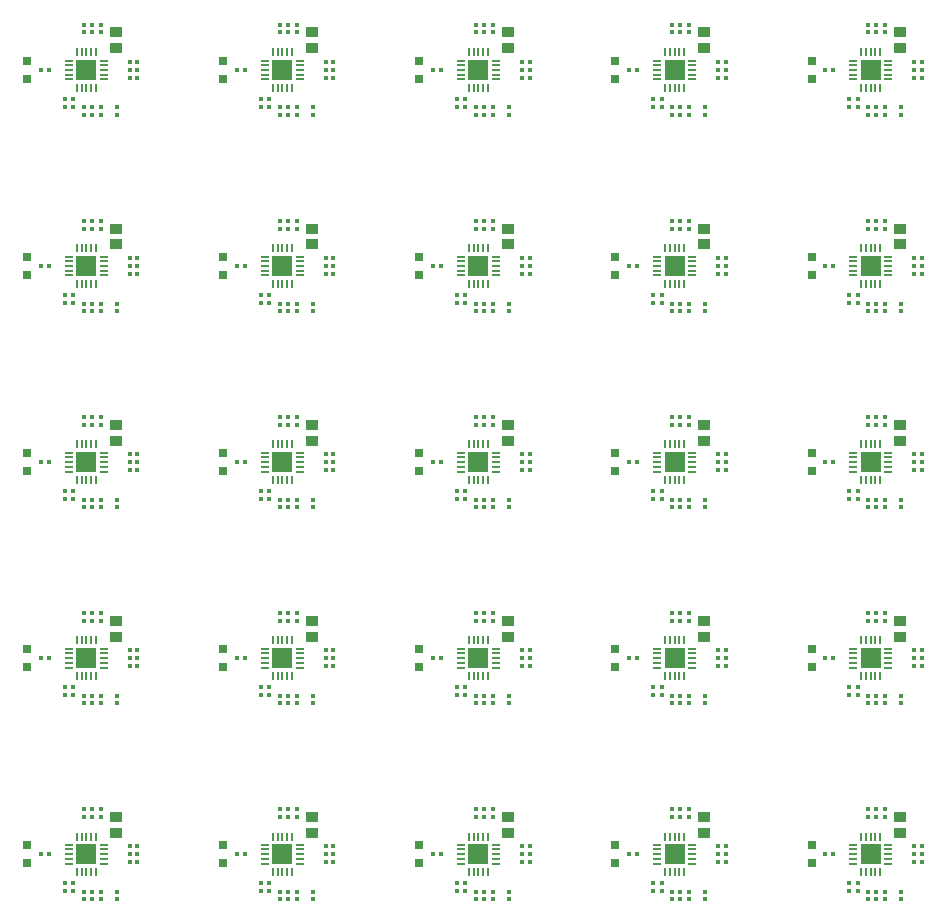
<source format=gtp>
G04*
G04 #@! TF.GenerationSoftware,Altium Limited,Altium Designer,23.11.1 (41)*
G04*
G04 Layer_Color=8421504*
%FSLAX44Y44*%
%MOMM*%
G71*
G04*
G04 #@! TF.SameCoordinates,3482151D-E3A4-470A-A98F-003E0BE399C6*
G04*
G04*
G04 #@! TF.FilePolarity,Positive*
G04*
G01*
G75*
%ADD11R,0.3500X0.4400*%
%ADD12R,1.7000X1.7000*%
%ADD13O,0.2000X0.8000*%
%ADD14O,0.8000X0.2000*%
%ADD15R,1.0000X0.9000*%
%ADD17R,0.8000X0.8000*%
%ADD18R,0.4400X0.3500*%
D11*
X145000Y143750D02*
D03*
Y150250D02*
D03*
X152000Y143750D02*
D03*
Y150250D02*
D03*
X189000Y136750D02*
D03*
Y143250D02*
D03*
X168000Y206750D02*
D03*
Y213250D02*
D03*
X161000Y206750D02*
D03*
Y213250D02*
D03*
X175000Y206750D02*
D03*
Y213250D02*
D03*
X168000Y143250D02*
D03*
Y136750D02*
D03*
X175000Y143250D02*
D03*
Y136750D02*
D03*
X161000Y143250D02*
D03*
Y136750D02*
D03*
X311000Y143750D02*
D03*
Y150250D02*
D03*
X318000Y143750D02*
D03*
Y150250D02*
D03*
X355000Y136750D02*
D03*
Y143250D02*
D03*
X334000Y206750D02*
D03*
Y213250D02*
D03*
X327000Y206750D02*
D03*
Y213250D02*
D03*
X341000Y206750D02*
D03*
Y213250D02*
D03*
X334000Y143250D02*
D03*
Y136750D02*
D03*
X341000Y143250D02*
D03*
Y136750D02*
D03*
X327000Y143250D02*
D03*
Y136750D02*
D03*
X477000Y143750D02*
D03*
Y150250D02*
D03*
X484000Y143750D02*
D03*
Y150250D02*
D03*
X521000Y136750D02*
D03*
Y143250D02*
D03*
X500000Y206750D02*
D03*
Y213250D02*
D03*
X493000Y206750D02*
D03*
Y213250D02*
D03*
X507000Y206750D02*
D03*
Y213250D02*
D03*
X500000Y143250D02*
D03*
Y136750D02*
D03*
X507000Y143250D02*
D03*
Y136750D02*
D03*
X493000Y143250D02*
D03*
Y136750D02*
D03*
X643000Y143750D02*
D03*
Y150250D02*
D03*
X650000Y143750D02*
D03*
Y150250D02*
D03*
X687000Y136750D02*
D03*
Y143250D02*
D03*
X666000Y206750D02*
D03*
Y213250D02*
D03*
X659000Y206750D02*
D03*
Y213250D02*
D03*
X673000Y206750D02*
D03*
Y213250D02*
D03*
X666000Y143250D02*
D03*
Y136750D02*
D03*
X673000Y143250D02*
D03*
Y136750D02*
D03*
X659000Y143250D02*
D03*
Y136750D02*
D03*
X809000Y143750D02*
D03*
Y150250D02*
D03*
X816000Y143750D02*
D03*
Y150250D02*
D03*
X853000Y136750D02*
D03*
Y143250D02*
D03*
X832000Y206750D02*
D03*
Y213250D02*
D03*
X825000Y206750D02*
D03*
Y213250D02*
D03*
X839000Y206750D02*
D03*
Y213250D02*
D03*
X832000Y143250D02*
D03*
Y136750D02*
D03*
X839000Y143250D02*
D03*
Y136750D02*
D03*
X825000Y143250D02*
D03*
Y136750D02*
D03*
X145000Y309750D02*
D03*
Y316250D02*
D03*
X152000Y309750D02*
D03*
Y316250D02*
D03*
X189000Y302750D02*
D03*
Y309250D02*
D03*
X168000Y372750D02*
D03*
Y379250D02*
D03*
X161000Y372750D02*
D03*
Y379250D02*
D03*
X175000Y372750D02*
D03*
Y379250D02*
D03*
X168000Y309250D02*
D03*
Y302750D02*
D03*
X175000Y309250D02*
D03*
Y302750D02*
D03*
X161000Y309250D02*
D03*
Y302750D02*
D03*
X311000Y309750D02*
D03*
Y316250D02*
D03*
X318000Y309750D02*
D03*
Y316250D02*
D03*
X355000Y302750D02*
D03*
Y309250D02*
D03*
X334000Y372750D02*
D03*
Y379250D02*
D03*
X327000Y372750D02*
D03*
Y379250D02*
D03*
X341000Y372750D02*
D03*
Y379250D02*
D03*
X334000Y309250D02*
D03*
Y302750D02*
D03*
X341000Y309250D02*
D03*
Y302750D02*
D03*
X327000Y309250D02*
D03*
Y302750D02*
D03*
X477000Y309750D02*
D03*
Y316250D02*
D03*
X484000Y309750D02*
D03*
Y316250D02*
D03*
X521000Y302750D02*
D03*
Y309250D02*
D03*
X500000Y372750D02*
D03*
Y379250D02*
D03*
X493000Y372750D02*
D03*
Y379250D02*
D03*
X507000Y372750D02*
D03*
Y379250D02*
D03*
X500000Y309250D02*
D03*
Y302750D02*
D03*
X507000Y309250D02*
D03*
Y302750D02*
D03*
X493000Y309250D02*
D03*
Y302750D02*
D03*
X643000Y309750D02*
D03*
Y316250D02*
D03*
X650000Y309750D02*
D03*
Y316250D02*
D03*
X687000Y302750D02*
D03*
Y309250D02*
D03*
X666000Y372750D02*
D03*
Y379250D02*
D03*
X659000Y372750D02*
D03*
Y379250D02*
D03*
X673000Y372750D02*
D03*
Y379250D02*
D03*
X666000Y309250D02*
D03*
Y302750D02*
D03*
X673000Y309250D02*
D03*
Y302750D02*
D03*
X659000Y309250D02*
D03*
Y302750D02*
D03*
X809000Y309750D02*
D03*
Y316250D02*
D03*
X816000Y309750D02*
D03*
Y316250D02*
D03*
X853000Y302750D02*
D03*
Y309250D02*
D03*
X832000Y372750D02*
D03*
Y379250D02*
D03*
X825000Y372750D02*
D03*
Y379250D02*
D03*
X839000Y372750D02*
D03*
Y379250D02*
D03*
X832000Y309250D02*
D03*
Y302750D02*
D03*
X839000Y309250D02*
D03*
Y302750D02*
D03*
X825000Y309250D02*
D03*
Y302750D02*
D03*
X145000Y475750D02*
D03*
Y482250D02*
D03*
X152000Y475750D02*
D03*
Y482250D02*
D03*
X189000Y468750D02*
D03*
Y475250D02*
D03*
X168000Y538750D02*
D03*
Y545250D02*
D03*
X161000Y538750D02*
D03*
Y545250D02*
D03*
X175000Y538750D02*
D03*
Y545250D02*
D03*
X168000Y475250D02*
D03*
Y468750D02*
D03*
X175000Y475250D02*
D03*
Y468750D02*
D03*
X161000Y475250D02*
D03*
Y468750D02*
D03*
X311000Y475750D02*
D03*
Y482250D02*
D03*
X318000Y475750D02*
D03*
Y482250D02*
D03*
X355000Y468750D02*
D03*
Y475250D02*
D03*
X334000Y538750D02*
D03*
Y545250D02*
D03*
X327000Y538750D02*
D03*
Y545250D02*
D03*
X341000Y538750D02*
D03*
Y545250D02*
D03*
X334000Y475250D02*
D03*
Y468750D02*
D03*
X341000Y475250D02*
D03*
Y468750D02*
D03*
X327000Y475250D02*
D03*
Y468750D02*
D03*
X477000Y475750D02*
D03*
Y482250D02*
D03*
X484000Y475750D02*
D03*
Y482250D02*
D03*
X521000Y468750D02*
D03*
Y475250D02*
D03*
X500000Y538750D02*
D03*
Y545250D02*
D03*
X493000Y538750D02*
D03*
Y545250D02*
D03*
X507000Y538750D02*
D03*
Y545250D02*
D03*
X500000Y475250D02*
D03*
Y468750D02*
D03*
X507000Y475250D02*
D03*
Y468750D02*
D03*
X493000Y475250D02*
D03*
Y468750D02*
D03*
X643000Y475750D02*
D03*
Y482250D02*
D03*
X650000Y475750D02*
D03*
Y482250D02*
D03*
X687000Y468750D02*
D03*
Y475250D02*
D03*
X666000Y538750D02*
D03*
Y545250D02*
D03*
X659000Y538750D02*
D03*
Y545250D02*
D03*
X673000Y538750D02*
D03*
Y545250D02*
D03*
X666000Y475250D02*
D03*
Y468750D02*
D03*
X673000Y475250D02*
D03*
Y468750D02*
D03*
X659000Y475250D02*
D03*
Y468750D02*
D03*
X809000Y475750D02*
D03*
Y482250D02*
D03*
X816000Y475750D02*
D03*
Y482250D02*
D03*
X853000Y468750D02*
D03*
Y475250D02*
D03*
X832000Y538750D02*
D03*
Y545250D02*
D03*
X825000Y538750D02*
D03*
Y545250D02*
D03*
X839000Y538750D02*
D03*
Y545250D02*
D03*
X832000Y475250D02*
D03*
Y468750D02*
D03*
X839000Y475250D02*
D03*
Y468750D02*
D03*
X825000Y475250D02*
D03*
Y468750D02*
D03*
X145000Y641750D02*
D03*
Y648250D02*
D03*
X152000Y641750D02*
D03*
Y648250D02*
D03*
X189000Y634750D02*
D03*
Y641250D02*
D03*
X168000Y704750D02*
D03*
Y711250D02*
D03*
X161000Y704750D02*
D03*
Y711250D02*
D03*
X175000Y704750D02*
D03*
Y711250D02*
D03*
X168000Y641250D02*
D03*
Y634750D02*
D03*
X175000Y641250D02*
D03*
Y634750D02*
D03*
X161000Y641250D02*
D03*
Y634750D02*
D03*
X311000Y641750D02*
D03*
Y648250D02*
D03*
X318000Y641750D02*
D03*
Y648250D02*
D03*
X355000Y634750D02*
D03*
Y641250D02*
D03*
X334000Y704750D02*
D03*
Y711250D02*
D03*
X327000Y704750D02*
D03*
Y711250D02*
D03*
X341000Y704750D02*
D03*
Y711250D02*
D03*
X334000Y641250D02*
D03*
Y634750D02*
D03*
X341000Y641250D02*
D03*
Y634750D02*
D03*
X327000Y641250D02*
D03*
Y634750D02*
D03*
X477000Y641750D02*
D03*
Y648250D02*
D03*
X484000Y641750D02*
D03*
Y648250D02*
D03*
X521000Y634750D02*
D03*
Y641250D02*
D03*
X500000Y704750D02*
D03*
Y711250D02*
D03*
X493000Y704750D02*
D03*
Y711250D02*
D03*
X507000Y704750D02*
D03*
Y711250D02*
D03*
X500000Y641250D02*
D03*
Y634750D02*
D03*
X507000Y641250D02*
D03*
Y634750D02*
D03*
X493000Y641250D02*
D03*
Y634750D02*
D03*
X643000Y641750D02*
D03*
Y648250D02*
D03*
X650000Y641750D02*
D03*
Y648250D02*
D03*
X687000Y634750D02*
D03*
Y641250D02*
D03*
X666000Y704750D02*
D03*
Y711250D02*
D03*
X659000Y704750D02*
D03*
Y711250D02*
D03*
X673000Y704750D02*
D03*
Y711250D02*
D03*
X666000Y641250D02*
D03*
Y634750D02*
D03*
X673000Y641250D02*
D03*
Y634750D02*
D03*
X659000Y641250D02*
D03*
Y634750D02*
D03*
X809000Y641750D02*
D03*
Y648250D02*
D03*
X816000Y641750D02*
D03*
Y648250D02*
D03*
X853000Y634750D02*
D03*
Y641250D02*
D03*
X832000Y704750D02*
D03*
Y711250D02*
D03*
X825000Y704750D02*
D03*
Y711250D02*
D03*
X839000Y704750D02*
D03*
Y711250D02*
D03*
X832000Y641250D02*
D03*
Y634750D02*
D03*
X839000Y641250D02*
D03*
Y634750D02*
D03*
X825000Y641250D02*
D03*
Y634750D02*
D03*
X145000Y807750D02*
D03*
Y814250D02*
D03*
X152000Y807750D02*
D03*
Y814250D02*
D03*
X189000Y800750D02*
D03*
Y807250D02*
D03*
X168000Y870750D02*
D03*
Y877250D02*
D03*
X161000Y870750D02*
D03*
Y877250D02*
D03*
X175000Y870750D02*
D03*
Y877250D02*
D03*
X168000Y807250D02*
D03*
Y800750D02*
D03*
X175000Y807250D02*
D03*
Y800750D02*
D03*
X161000Y807250D02*
D03*
Y800750D02*
D03*
X311000Y807750D02*
D03*
Y814250D02*
D03*
X318000Y807750D02*
D03*
Y814250D02*
D03*
X355000Y800750D02*
D03*
Y807250D02*
D03*
X334000Y870750D02*
D03*
Y877250D02*
D03*
X327000Y870750D02*
D03*
Y877250D02*
D03*
X341000Y870750D02*
D03*
Y877250D02*
D03*
X334000Y807250D02*
D03*
Y800750D02*
D03*
X341000Y807250D02*
D03*
Y800750D02*
D03*
X327000Y807250D02*
D03*
Y800750D02*
D03*
X477000Y807750D02*
D03*
Y814250D02*
D03*
X484000Y807750D02*
D03*
Y814250D02*
D03*
X521000Y800750D02*
D03*
Y807250D02*
D03*
X500000Y870750D02*
D03*
Y877250D02*
D03*
X493000Y870750D02*
D03*
Y877250D02*
D03*
X507000Y870750D02*
D03*
Y877250D02*
D03*
X500000Y807250D02*
D03*
Y800750D02*
D03*
X507000Y807250D02*
D03*
Y800750D02*
D03*
X493000Y807250D02*
D03*
Y800750D02*
D03*
X643000Y807750D02*
D03*
Y814250D02*
D03*
X650000Y807750D02*
D03*
Y814250D02*
D03*
X687000Y800750D02*
D03*
Y807250D02*
D03*
X666000Y870750D02*
D03*
Y877250D02*
D03*
X659000Y870750D02*
D03*
Y877250D02*
D03*
X673000Y870750D02*
D03*
Y877250D02*
D03*
X666000Y807250D02*
D03*
Y800750D02*
D03*
X673000Y807250D02*
D03*
Y800750D02*
D03*
X659000Y807250D02*
D03*
Y800750D02*
D03*
X809000Y807750D02*
D03*
Y814250D02*
D03*
X816000Y807750D02*
D03*
Y814250D02*
D03*
X853000Y800750D02*
D03*
Y807250D02*
D03*
X832000Y870750D02*
D03*
Y877250D02*
D03*
X825000Y870750D02*
D03*
Y877250D02*
D03*
X839000Y870750D02*
D03*
Y877250D02*
D03*
X832000Y807250D02*
D03*
Y800750D02*
D03*
X839000Y807250D02*
D03*
Y800750D02*
D03*
X825000Y807250D02*
D03*
Y800750D02*
D03*
D12*
X163000Y175000D02*
D03*
X329000D02*
D03*
X495000D02*
D03*
X661000D02*
D03*
X827000D02*
D03*
X163000Y341000D02*
D03*
X329000D02*
D03*
X495000D02*
D03*
X661000D02*
D03*
X827000D02*
D03*
X163000Y507000D02*
D03*
X329000D02*
D03*
X495000D02*
D03*
X661000D02*
D03*
X827000D02*
D03*
X163000Y673000D02*
D03*
X329000D02*
D03*
X495000D02*
D03*
X661000D02*
D03*
X827000D02*
D03*
X163000Y839000D02*
D03*
X329000D02*
D03*
X495000D02*
D03*
X661000D02*
D03*
X827000D02*
D03*
D13*
X171000Y160000D02*
D03*
X167000D02*
D03*
X163000D02*
D03*
X159000D02*
D03*
X155000D02*
D03*
Y190000D02*
D03*
X159000D02*
D03*
X163000D02*
D03*
X167000D02*
D03*
X171000D02*
D03*
X337000Y160000D02*
D03*
X333000D02*
D03*
X329000D02*
D03*
X325000D02*
D03*
X321000D02*
D03*
Y190000D02*
D03*
X325000D02*
D03*
X329000D02*
D03*
X333000D02*
D03*
X337000D02*
D03*
X503000Y160000D02*
D03*
X499000D02*
D03*
X495000D02*
D03*
X491000D02*
D03*
X487000D02*
D03*
Y190000D02*
D03*
X491000D02*
D03*
X495000D02*
D03*
X499000D02*
D03*
X503000D02*
D03*
X669000Y160000D02*
D03*
X665000D02*
D03*
X661000D02*
D03*
X657000D02*
D03*
X653000D02*
D03*
Y190000D02*
D03*
X657000D02*
D03*
X661000D02*
D03*
X665000D02*
D03*
X669000D02*
D03*
X835000Y160000D02*
D03*
X831000D02*
D03*
X827000D02*
D03*
X823000D02*
D03*
X819000D02*
D03*
Y190000D02*
D03*
X823000D02*
D03*
X827000D02*
D03*
X831000D02*
D03*
X835000D02*
D03*
X171000Y326000D02*
D03*
X167000D02*
D03*
X163000D02*
D03*
X159000D02*
D03*
X155000D02*
D03*
Y356000D02*
D03*
X159000D02*
D03*
X163000D02*
D03*
X167000D02*
D03*
X171000D02*
D03*
X337000Y326000D02*
D03*
X333000D02*
D03*
X329000D02*
D03*
X325000D02*
D03*
X321000D02*
D03*
Y356000D02*
D03*
X325000D02*
D03*
X329000D02*
D03*
X333000D02*
D03*
X337000D02*
D03*
X503000Y326000D02*
D03*
X499000D02*
D03*
X495000D02*
D03*
X491000D02*
D03*
X487000D02*
D03*
Y356000D02*
D03*
X491000D02*
D03*
X495000D02*
D03*
X499000D02*
D03*
X503000D02*
D03*
X669000Y326000D02*
D03*
X665000D02*
D03*
X661000D02*
D03*
X657000D02*
D03*
X653000D02*
D03*
Y356000D02*
D03*
X657000D02*
D03*
X661000D02*
D03*
X665000D02*
D03*
X669000D02*
D03*
X835000Y326000D02*
D03*
X831000D02*
D03*
X827000D02*
D03*
X823000D02*
D03*
X819000D02*
D03*
Y356000D02*
D03*
X823000D02*
D03*
X827000D02*
D03*
X831000D02*
D03*
X835000D02*
D03*
X171000Y492000D02*
D03*
X167000D02*
D03*
X163000D02*
D03*
X159000D02*
D03*
X155000D02*
D03*
Y522000D02*
D03*
X159000D02*
D03*
X163000D02*
D03*
X167000D02*
D03*
X171000D02*
D03*
X337000Y492000D02*
D03*
X333000D02*
D03*
X329000D02*
D03*
X325000D02*
D03*
X321000D02*
D03*
Y522000D02*
D03*
X325000D02*
D03*
X329000D02*
D03*
X333000D02*
D03*
X337000D02*
D03*
X503000Y492000D02*
D03*
X499000D02*
D03*
X495000D02*
D03*
X491000D02*
D03*
X487000D02*
D03*
Y522000D02*
D03*
X491000D02*
D03*
X495000D02*
D03*
X499000D02*
D03*
X503000D02*
D03*
X669000Y492000D02*
D03*
X665000D02*
D03*
X661000D02*
D03*
X657000D02*
D03*
X653000D02*
D03*
Y522000D02*
D03*
X657000D02*
D03*
X661000D02*
D03*
X665000D02*
D03*
X669000D02*
D03*
X835000Y492000D02*
D03*
X831000D02*
D03*
X827000D02*
D03*
X823000D02*
D03*
X819000D02*
D03*
Y522000D02*
D03*
X823000D02*
D03*
X827000D02*
D03*
X831000D02*
D03*
X835000D02*
D03*
X171000Y658000D02*
D03*
X167000D02*
D03*
X163000D02*
D03*
X159000D02*
D03*
X155000D02*
D03*
Y688000D02*
D03*
X159000D02*
D03*
X163000D02*
D03*
X167000D02*
D03*
X171000D02*
D03*
X337000Y658000D02*
D03*
X333000D02*
D03*
X329000D02*
D03*
X325000D02*
D03*
X321000D02*
D03*
Y688000D02*
D03*
X325000D02*
D03*
X329000D02*
D03*
X333000D02*
D03*
X337000D02*
D03*
X503000Y658000D02*
D03*
X499000D02*
D03*
X495000D02*
D03*
X491000D02*
D03*
X487000D02*
D03*
Y688000D02*
D03*
X491000D02*
D03*
X495000D02*
D03*
X499000D02*
D03*
X503000D02*
D03*
X669000Y658000D02*
D03*
X665000D02*
D03*
X661000D02*
D03*
X657000D02*
D03*
X653000D02*
D03*
Y688000D02*
D03*
X657000D02*
D03*
X661000D02*
D03*
X665000D02*
D03*
X669000D02*
D03*
X835000Y658000D02*
D03*
X831000D02*
D03*
X827000D02*
D03*
X823000D02*
D03*
X819000D02*
D03*
Y688000D02*
D03*
X823000D02*
D03*
X827000D02*
D03*
X831000D02*
D03*
X835000D02*
D03*
X171000Y824000D02*
D03*
X167000D02*
D03*
X163000D02*
D03*
X159000D02*
D03*
X155000D02*
D03*
Y854000D02*
D03*
X159000D02*
D03*
X163000D02*
D03*
X167000D02*
D03*
X171000D02*
D03*
X337000Y824000D02*
D03*
X333000D02*
D03*
X329000D02*
D03*
X325000D02*
D03*
X321000D02*
D03*
Y854000D02*
D03*
X325000D02*
D03*
X329000D02*
D03*
X333000D02*
D03*
X337000D02*
D03*
X503000Y824000D02*
D03*
X499000D02*
D03*
X495000D02*
D03*
X491000D02*
D03*
X487000D02*
D03*
Y854000D02*
D03*
X491000D02*
D03*
X495000D02*
D03*
X499000D02*
D03*
X503000D02*
D03*
X669000Y824000D02*
D03*
X665000D02*
D03*
X661000D02*
D03*
X657000D02*
D03*
X653000D02*
D03*
Y854000D02*
D03*
X657000D02*
D03*
X661000D02*
D03*
X665000D02*
D03*
X669000D02*
D03*
X835000Y824000D02*
D03*
X831000D02*
D03*
X827000D02*
D03*
X823000D02*
D03*
X819000D02*
D03*
Y854000D02*
D03*
X823000D02*
D03*
X827000D02*
D03*
X831000D02*
D03*
X835000D02*
D03*
D14*
X148000Y167000D02*
D03*
Y171000D02*
D03*
Y175000D02*
D03*
Y179000D02*
D03*
Y183000D02*
D03*
X178000D02*
D03*
Y179000D02*
D03*
Y175000D02*
D03*
Y171000D02*
D03*
Y167000D02*
D03*
X314000D02*
D03*
Y171000D02*
D03*
Y175000D02*
D03*
Y179000D02*
D03*
Y183000D02*
D03*
X344000D02*
D03*
Y179000D02*
D03*
Y175000D02*
D03*
Y171000D02*
D03*
Y167000D02*
D03*
X480000D02*
D03*
Y171000D02*
D03*
Y175000D02*
D03*
Y179000D02*
D03*
Y183000D02*
D03*
X510000D02*
D03*
Y179000D02*
D03*
Y175000D02*
D03*
Y171000D02*
D03*
Y167000D02*
D03*
X646000D02*
D03*
Y171000D02*
D03*
Y175000D02*
D03*
Y179000D02*
D03*
Y183000D02*
D03*
X676000D02*
D03*
Y179000D02*
D03*
Y175000D02*
D03*
Y171000D02*
D03*
Y167000D02*
D03*
X812000D02*
D03*
Y171000D02*
D03*
Y175000D02*
D03*
Y179000D02*
D03*
Y183000D02*
D03*
X842000D02*
D03*
Y179000D02*
D03*
Y175000D02*
D03*
Y171000D02*
D03*
Y167000D02*
D03*
X148000Y333000D02*
D03*
Y337000D02*
D03*
Y341000D02*
D03*
Y345000D02*
D03*
Y349000D02*
D03*
X178000D02*
D03*
Y345000D02*
D03*
Y341000D02*
D03*
Y337000D02*
D03*
Y333000D02*
D03*
X314000D02*
D03*
Y337000D02*
D03*
Y341000D02*
D03*
Y345000D02*
D03*
Y349000D02*
D03*
X344000D02*
D03*
Y345000D02*
D03*
Y341000D02*
D03*
Y337000D02*
D03*
Y333000D02*
D03*
X480000D02*
D03*
Y337000D02*
D03*
Y341000D02*
D03*
Y345000D02*
D03*
Y349000D02*
D03*
X510000D02*
D03*
Y345000D02*
D03*
Y341000D02*
D03*
Y337000D02*
D03*
Y333000D02*
D03*
X646000D02*
D03*
Y337000D02*
D03*
Y341000D02*
D03*
Y345000D02*
D03*
Y349000D02*
D03*
X676000D02*
D03*
Y345000D02*
D03*
Y341000D02*
D03*
Y337000D02*
D03*
Y333000D02*
D03*
X812000D02*
D03*
Y337000D02*
D03*
Y341000D02*
D03*
Y345000D02*
D03*
Y349000D02*
D03*
X842000D02*
D03*
Y345000D02*
D03*
Y341000D02*
D03*
Y337000D02*
D03*
Y333000D02*
D03*
X148000Y499000D02*
D03*
Y503000D02*
D03*
Y507000D02*
D03*
Y511000D02*
D03*
Y515000D02*
D03*
X178000D02*
D03*
Y511000D02*
D03*
Y507000D02*
D03*
Y503000D02*
D03*
Y499000D02*
D03*
X314000D02*
D03*
Y503000D02*
D03*
Y507000D02*
D03*
Y511000D02*
D03*
Y515000D02*
D03*
X344000D02*
D03*
Y511000D02*
D03*
Y507000D02*
D03*
Y503000D02*
D03*
Y499000D02*
D03*
X480000D02*
D03*
Y503000D02*
D03*
Y507000D02*
D03*
Y511000D02*
D03*
Y515000D02*
D03*
X510000D02*
D03*
Y511000D02*
D03*
Y507000D02*
D03*
Y503000D02*
D03*
Y499000D02*
D03*
X646000D02*
D03*
Y503000D02*
D03*
Y507000D02*
D03*
Y511000D02*
D03*
Y515000D02*
D03*
X676000D02*
D03*
Y511000D02*
D03*
Y507000D02*
D03*
Y503000D02*
D03*
Y499000D02*
D03*
X812000D02*
D03*
Y503000D02*
D03*
Y507000D02*
D03*
Y511000D02*
D03*
Y515000D02*
D03*
X842000D02*
D03*
Y511000D02*
D03*
Y507000D02*
D03*
Y503000D02*
D03*
Y499000D02*
D03*
X148000Y665000D02*
D03*
Y669000D02*
D03*
Y673000D02*
D03*
Y677000D02*
D03*
Y681000D02*
D03*
X178000D02*
D03*
Y677000D02*
D03*
Y673000D02*
D03*
Y669000D02*
D03*
Y665000D02*
D03*
X314000D02*
D03*
Y669000D02*
D03*
Y673000D02*
D03*
Y677000D02*
D03*
Y681000D02*
D03*
X344000D02*
D03*
Y677000D02*
D03*
Y673000D02*
D03*
Y669000D02*
D03*
Y665000D02*
D03*
X480000D02*
D03*
Y669000D02*
D03*
Y673000D02*
D03*
Y677000D02*
D03*
Y681000D02*
D03*
X510000D02*
D03*
Y677000D02*
D03*
Y673000D02*
D03*
Y669000D02*
D03*
Y665000D02*
D03*
X646000D02*
D03*
Y669000D02*
D03*
Y673000D02*
D03*
Y677000D02*
D03*
Y681000D02*
D03*
X676000D02*
D03*
Y677000D02*
D03*
Y673000D02*
D03*
Y669000D02*
D03*
Y665000D02*
D03*
X812000D02*
D03*
Y669000D02*
D03*
Y673000D02*
D03*
Y677000D02*
D03*
Y681000D02*
D03*
X842000D02*
D03*
Y677000D02*
D03*
Y673000D02*
D03*
Y669000D02*
D03*
Y665000D02*
D03*
X148000Y831000D02*
D03*
Y835000D02*
D03*
Y839000D02*
D03*
Y843000D02*
D03*
Y847000D02*
D03*
X178000D02*
D03*
Y843000D02*
D03*
Y839000D02*
D03*
Y835000D02*
D03*
Y831000D02*
D03*
X314000D02*
D03*
Y835000D02*
D03*
Y839000D02*
D03*
Y843000D02*
D03*
Y847000D02*
D03*
X344000D02*
D03*
Y843000D02*
D03*
Y839000D02*
D03*
Y835000D02*
D03*
Y831000D02*
D03*
X480000D02*
D03*
Y835000D02*
D03*
Y839000D02*
D03*
Y843000D02*
D03*
Y847000D02*
D03*
X510000D02*
D03*
Y843000D02*
D03*
Y839000D02*
D03*
Y835000D02*
D03*
Y831000D02*
D03*
X646000D02*
D03*
Y835000D02*
D03*
Y839000D02*
D03*
Y843000D02*
D03*
Y847000D02*
D03*
X676000D02*
D03*
Y843000D02*
D03*
Y839000D02*
D03*
Y835000D02*
D03*
Y831000D02*
D03*
X812000D02*
D03*
Y835000D02*
D03*
Y839000D02*
D03*
Y843000D02*
D03*
Y847000D02*
D03*
X842000D02*
D03*
Y843000D02*
D03*
Y839000D02*
D03*
Y835000D02*
D03*
Y831000D02*
D03*
D15*
X188000Y206750D02*
D03*
Y193250D02*
D03*
X354000Y206750D02*
D03*
Y193250D02*
D03*
X520000Y206750D02*
D03*
Y193250D02*
D03*
X686000Y206750D02*
D03*
Y193250D02*
D03*
X852000Y206750D02*
D03*
Y193250D02*
D03*
X188000Y372750D02*
D03*
Y359250D02*
D03*
X354000Y372750D02*
D03*
Y359250D02*
D03*
X520000Y372750D02*
D03*
Y359250D02*
D03*
X686000Y372750D02*
D03*
Y359250D02*
D03*
X852000Y372750D02*
D03*
Y359250D02*
D03*
X188000Y538750D02*
D03*
Y525250D02*
D03*
X354000Y538750D02*
D03*
Y525250D02*
D03*
X520000Y538750D02*
D03*
Y525250D02*
D03*
X686000Y538750D02*
D03*
Y525250D02*
D03*
X852000Y538750D02*
D03*
Y525250D02*
D03*
X188000Y704750D02*
D03*
Y691250D02*
D03*
X354000Y704750D02*
D03*
Y691250D02*
D03*
X520000Y704750D02*
D03*
Y691250D02*
D03*
X686000Y704750D02*
D03*
Y691250D02*
D03*
X852000Y704750D02*
D03*
Y691250D02*
D03*
X188000Y870750D02*
D03*
Y857250D02*
D03*
X354000Y870750D02*
D03*
Y857250D02*
D03*
X520000Y870750D02*
D03*
Y857250D02*
D03*
X686000Y870750D02*
D03*
Y857250D02*
D03*
X852000Y870750D02*
D03*
Y857250D02*
D03*
D17*
X113000Y182500D02*
D03*
Y167500D02*
D03*
X279000Y182500D02*
D03*
Y167500D02*
D03*
X445000Y182500D02*
D03*
Y167500D02*
D03*
X611000Y182500D02*
D03*
Y167500D02*
D03*
X777000Y182500D02*
D03*
Y167500D02*
D03*
X113000Y348500D02*
D03*
Y333500D02*
D03*
X279000Y348500D02*
D03*
Y333500D02*
D03*
X445000Y348500D02*
D03*
Y333500D02*
D03*
X611000Y348500D02*
D03*
Y333500D02*
D03*
X777000Y348500D02*
D03*
Y333500D02*
D03*
X113000Y514500D02*
D03*
Y499500D02*
D03*
X279000Y514500D02*
D03*
Y499500D02*
D03*
X445000Y514500D02*
D03*
Y499500D02*
D03*
X611000Y514500D02*
D03*
Y499500D02*
D03*
X777000Y514500D02*
D03*
Y499500D02*
D03*
X113000Y680500D02*
D03*
Y665500D02*
D03*
X279000Y680500D02*
D03*
Y665500D02*
D03*
X445000Y680500D02*
D03*
Y665500D02*
D03*
X611000Y680500D02*
D03*
Y665500D02*
D03*
X777000Y680500D02*
D03*
Y665500D02*
D03*
X113000Y846500D02*
D03*
Y831500D02*
D03*
X279000Y846500D02*
D03*
Y831500D02*
D03*
X445000Y846500D02*
D03*
Y831500D02*
D03*
X611000Y846500D02*
D03*
Y831500D02*
D03*
X777000Y846500D02*
D03*
Y831500D02*
D03*
D18*
X131250Y175000D02*
D03*
X124750D02*
D03*
X199750D02*
D03*
X206250D02*
D03*
X199750Y182000D02*
D03*
X206250D02*
D03*
X199750Y168000D02*
D03*
X206250D02*
D03*
X297250Y175000D02*
D03*
X290750D02*
D03*
X365750D02*
D03*
X372250D02*
D03*
X365750Y182000D02*
D03*
X372250D02*
D03*
X365750Y168000D02*
D03*
X372250D02*
D03*
X463250Y175000D02*
D03*
X456750D02*
D03*
X531750D02*
D03*
X538250D02*
D03*
X531750Y182000D02*
D03*
X538250D02*
D03*
X531750Y168000D02*
D03*
X538250D02*
D03*
X629250Y175000D02*
D03*
X622750D02*
D03*
X697750D02*
D03*
X704250D02*
D03*
X697750Y182000D02*
D03*
X704250D02*
D03*
X697750Y168000D02*
D03*
X704250D02*
D03*
X795250Y175000D02*
D03*
X788750D02*
D03*
X863750D02*
D03*
X870250D02*
D03*
X863750Y182000D02*
D03*
X870250D02*
D03*
X863750Y168000D02*
D03*
X870250D02*
D03*
X131250Y341000D02*
D03*
X124750D02*
D03*
X199750D02*
D03*
X206250D02*
D03*
X199750Y348000D02*
D03*
X206250D02*
D03*
X199750Y334000D02*
D03*
X206250D02*
D03*
X297250Y341000D02*
D03*
X290750D02*
D03*
X365750D02*
D03*
X372250D02*
D03*
X365750Y348000D02*
D03*
X372250D02*
D03*
X365750Y334000D02*
D03*
X372250D02*
D03*
X463250Y341000D02*
D03*
X456750D02*
D03*
X531750D02*
D03*
X538250D02*
D03*
X531750Y348000D02*
D03*
X538250D02*
D03*
X531750Y334000D02*
D03*
X538250D02*
D03*
X629250Y341000D02*
D03*
X622750D02*
D03*
X697750D02*
D03*
X704250D02*
D03*
X697750Y348000D02*
D03*
X704250D02*
D03*
X697750Y334000D02*
D03*
X704250D02*
D03*
X795250Y341000D02*
D03*
X788750D02*
D03*
X863750D02*
D03*
X870250D02*
D03*
X863750Y348000D02*
D03*
X870250D02*
D03*
X863750Y334000D02*
D03*
X870250D02*
D03*
X131250Y507000D02*
D03*
X124750D02*
D03*
X199750D02*
D03*
X206250D02*
D03*
X199750Y514000D02*
D03*
X206250D02*
D03*
X199750Y500000D02*
D03*
X206250D02*
D03*
X297250Y507000D02*
D03*
X290750D02*
D03*
X365750D02*
D03*
X372250D02*
D03*
X365750Y514000D02*
D03*
X372250D02*
D03*
X365750Y500000D02*
D03*
X372250D02*
D03*
X463250Y507000D02*
D03*
X456750D02*
D03*
X531750D02*
D03*
X538250D02*
D03*
X531750Y514000D02*
D03*
X538250D02*
D03*
X531750Y500000D02*
D03*
X538250D02*
D03*
X629250Y507000D02*
D03*
X622750D02*
D03*
X697750D02*
D03*
X704250D02*
D03*
X697750Y514000D02*
D03*
X704250D02*
D03*
X697750Y500000D02*
D03*
X704250D02*
D03*
X795250Y507000D02*
D03*
X788750D02*
D03*
X863750D02*
D03*
X870250D02*
D03*
X863750Y514000D02*
D03*
X870250D02*
D03*
X863750Y500000D02*
D03*
X870250D02*
D03*
X131250Y673000D02*
D03*
X124750D02*
D03*
X199750D02*
D03*
X206250D02*
D03*
X199750Y680000D02*
D03*
X206250D02*
D03*
X199750Y666000D02*
D03*
X206250D02*
D03*
X297250Y673000D02*
D03*
X290750D02*
D03*
X365750D02*
D03*
X372250D02*
D03*
X365750Y680000D02*
D03*
X372250D02*
D03*
X365750Y666000D02*
D03*
X372250D02*
D03*
X463250Y673000D02*
D03*
X456750D02*
D03*
X531750D02*
D03*
X538250D02*
D03*
X531750Y680000D02*
D03*
X538250D02*
D03*
X531750Y666000D02*
D03*
X538250D02*
D03*
X629250Y673000D02*
D03*
X622750D02*
D03*
X697750D02*
D03*
X704250D02*
D03*
X697750Y680000D02*
D03*
X704250D02*
D03*
X697750Y666000D02*
D03*
X704250D02*
D03*
X795250Y673000D02*
D03*
X788750D02*
D03*
X863750D02*
D03*
X870250D02*
D03*
X863750Y680000D02*
D03*
X870250D02*
D03*
X863750Y666000D02*
D03*
X870250D02*
D03*
X131250Y839000D02*
D03*
X124750D02*
D03*
X199750D02*
D03*
X206250D02*
D03*
X199750Y846000D02*
D03*
X206250D02*
D03*
X199750Y832000D02*
D03*
X206250D02*
D03*
X297250Y839000D02*
D03*
X290750D02*
D03*
X365750D02*
D03*
X372250D02*
D03*
X365750Y846000D02*
D03*
X372250D02*
D03*
X365750Y832000D02*
D03*
X372250D02*
D03*
X463250Y839000D02*
D03*
X456750D02*
D03*
X531750D02*
D03*
X538250D02*
D03*
X531750Y846000D02*
D03*
X538250D02*
D03*
X531750Y832000D02*
D03*
X538250D02*
D03*
X629250Y839000D02*
D03*
X622750D02*
D03*
X697750D02*
D03*
X704250D02*
D03*
X697750Y846000D02*
D03*
X704250D02*
D03*
X697750Y832000D02*
D03*
X704250D02*
D03*
X795250Y839000D02*
D03*
X788750D02*
D03*
X863750D02*
D03*
X870250D02*
D03*
X863750Y846000D02*
D03*
X870250D02*
D03*
X863750Y832000D02*
D03*
X870250D02*
D03*
M02*

</source>
